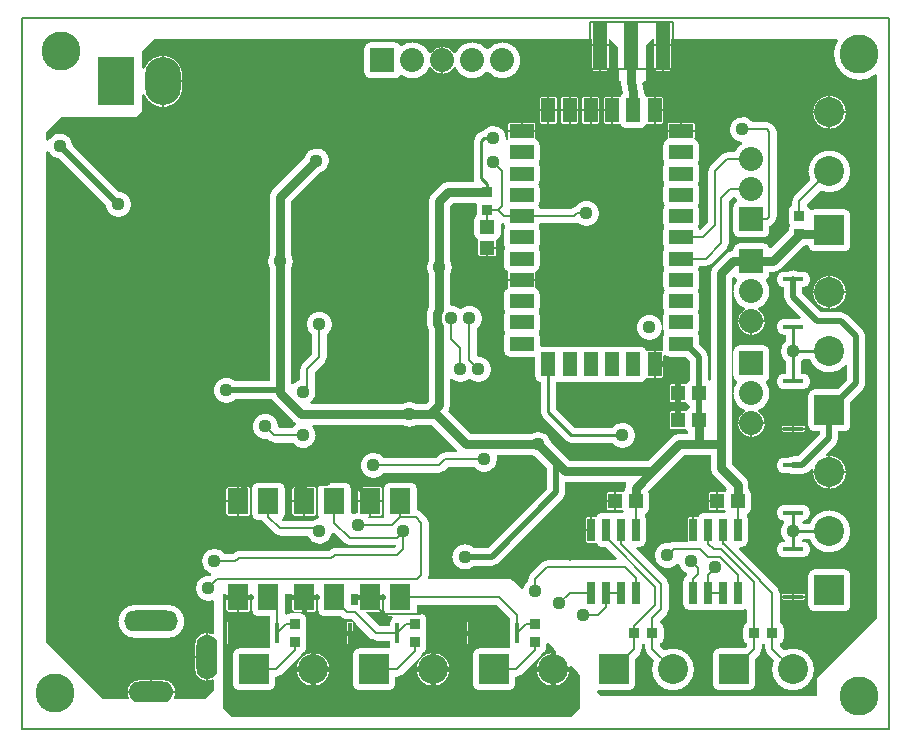
<source format=gbr>
G04 CAM350/DFMSTREAM V12.1 (Build 1022) Date:  Tue Jun 16 21:50:11 2020 *
G04 Database: (Untitled) *
G04 Layer 4: BOTTOM.art *
%FSLAX25Y25*%
%MOIN*%
%SFA1.000B1.000*%

%MIA0B0*%
%IPPOS*%
%ADD12C,0.00800*%
%ADD14C,0.01000*%
%ADD15C,0.00500*%
%ADD18O,0.07000X0.15000*%
%ADD19O,0.15000X0.07000*%
%ADD70O,0.18000X0.07000*%
%ADD71C,0.04400*%
%ADD20O,0.12000X0.16000*%
%ADD21R,0.12000X0.16000*%
%ADD22R,0.08000X0.08000*%
%ADD23C,0.08000*%
%ADD24C,0.10000*%
%ADD25R,0.03200X0.03500*%
%ADD26C,0.13000*%
%ADD27R,0.03500X0.03200*%
%ADD28R,0.05000X0.04500*%
%ADD29R,0.04500X0.05000*%
%ADD72R,0.01200X0.06800*%
%ADD73R,0.10000X0.10000*%
%ADD30R,0.04724X0.15748*%
%ADD31R,0.06800X0.01200*%
%ADD32R,0.08000X0.08000*%
%ADD33R,0.02500X0.07500*%
%ADD34R,0.07000X0.08500*%
%ADD35R,0.04724X0.07874*%
%ADD36R,0.07874X0.04724*%
%ADD37C,0.02000*%
%ADD38C,0.03000*%
%ADD39C,0.01800*%
%LNBOTTOM.art*%
%LPD*%
G36*
X354502Y1289514D02*
G01Y1293000D01*
X356998*
Y1289822*
G75*
G02X356497Y1289436I-400J1*
G03X355886Y1289514I-607J-2323*
G01X354502*
G37*
G36*
X359430Y1287048D02*
G02X359630Y1287248I200J0D01*
G01X364500*
G03X365002Y1287750J502*
G01Y1293000*
X365498*
Y1287750*
G03X367500Y1285748I2002*
G01X367996*
G02X368372Y1285485I0J-400*
X368396Y1285348I-376J-136*
X368230Y1285024I-400J0*
G03X367398Y1283400I1169J-1624*
G01Y1282402*
X363995*
X359698Y1286698*
X359658Y1286737*
X359656Y1286739*
X359488Y1286907*
G02X359430Y1287048I142J141*
G37*
G36*
X312000Y1255000D02*
G01Y1268074D01*
X312002Y1268200*
Y1276200*
X312000Y1276326*
Y1293000*
X312998*
Y1287750*
G03X313500Y1287248I502J0*
G01X320500*
G03X321002Y1287750J502*
G01Y1293000*
X321498*
Y1287750*
G03X323500Y1285748I2002*
G01X327598*
Y1284272*
G03X327398Y1283400I1801J-872*
G01Y1276600*
G03X327668Y1275596I2002J0*
G02X327722Y1275396I-346J-201*
X327295Y1274997I-400J0*
G01X327158Y1275002*
X317158*
G03X315156Y1273000I0J-2002*
G01Y1263000*
G03X317158Y1260998I2002*
G01X327158*
G03X329160Y1263000J2002*
G01Y1265598*
X329650*
G03X331348Y1266302I-1J2402*
G01X337698Y1272652*
G03X338175Y1273332I-1698J1698*
X339602Y1275250I-576J1918*
G01Y1284750*
G03X337600Y1286752I-2002J0*
G01X334400*
G03X333068Y1286244I1J-2002*
G02X332402Y1286543I-266J299*
G01Y1287125*
X332411Y1287154*
G03X332502Y1287750I-1911J597*
G01Y1293000*
X334998*
Y1287750*
G03X335500Y1287248I502J0*
G01X342500*
G03X343002Y1287750J502*
G01Y1293000*
X343498*
Y1287750*
G03X345500Y1285748I2002*
G01X351105*
X351399Y1285455*
G03X351586Y1285286I1702J1695*
G01X351628Y1285252*
G03X352892Y1284730I1511J1867*
G01X352950Y1284724*
G03X353197Y1284712I240J2389*
G01X354891*
X356301Y1283302*
X356341Y1283263*
X356343Y1283261*
X361302Y1278302*
G03X363000Y1277598I1699J1698*
G01X367398*
Y1276600*
G03X367668Y1275596I2002J0*
G02X367722Y1275396I-346J-201*
X367295Y1274997I-400J0*
G01X367158Y1275002*
X357158*
G03X355156Y1273000I0J-2002*
G01Y1263000*
G03X357158Y1260998I2002*
G01X367158*
G03X369160Y1263000J2002*
G01Y1265598*
X370000*
G03X371698Y1266302I-1J2402*
G01X377698Y1272302*
G03X378321Y1273382I-1697J1699*
X379602Y1275250I-722J1868*
G01Y1284750*
G03X377600Y1286752I-2002J0*
G01X376826*
G02X376425Y1287152I-1J400*
X376438Y1287252I400J-1*
G03X376502Y1287750I-1937J502*
G01Y1289598*
X403005*
X407598Y1285005*
Y1284273*
X407580Y1284234*
G03X407398Y1283400I1820J-834*
G01Y1276600*
G03X407668Y1275596I2002J0*
G02X407722Y1275396I-346J-201*
X407295Y1274997I-400J0*
G01X407158Y1275002*
X397158*
G03X395156Y1273000I0J-2002*
G01Y1263000*
G03X397158Y1260998I2002*
G01X407158*
G03X409160Y1263000J2002*
G01Y1265598*
X409650*
G03X411348Y1266302I-1J2402*
G01X417698Y1272652*
G03X418175Y1273332I-1698J1698*
X419602Y1275250I-576J1918*
G01Y1276432*
G02X419833Y1276795I400J0*
X420285Y1276715I169J-363*
G01X422861Y1274139*
G02X422979Y1273856I-282J-283*
X422941Y1273688I-400J2*
X422529Y1273459I-363J168*
G01X421842Y1273502*
G03X416340Y1268000I0J-5502*
X421842Y1262498I5502J0*
X427344Y1268000I0J5502*
G01X427301Y1268687*
X427299Y1268712*
X427298Y1268725*
Y1268737*
G02X427515Y1269093I400J0*
X427981Y1269019I182J-356*
G01X431000Y1266000*
Y1255000*
X428000Y1252000*
X315000*
X312000Y1255000*
G37*
G36*
X386908Y1354044D02*
G01X386990Y1354178D01*
G03X387502Y1356000I-2990J1823*
G01Y1364597*
G02X388171Y1364893I400J0*
G03X391000Y1363798I2829J3107*
X393864Y1364925I0J4203*
G02X394136I136J-146*
G03X397000Y1363798I2864J3076*
X401202Y1368000J4202*
X397000Y1372202I-4202J0*
G01X396819Y1372198*
G02X396402Y1372597I-18J399*
G01Y1372598*
Y1381552*
G03X398202Y1385000I-2403J3448*
X394000Y1389202I-4202J0*
X391136Y1388075I0J-4203*
G02X390864I-136J146*
G03X388000Y1389202I-2864J-3076*
G01X387910Y1389201*
G02X387502Y1389601I-8J400*
G01Y1399677*
G03X388202Y1401999I-3502J2322*
G01Y1402000*
Y1402001*
G03X387502Y1404323I-4202J0*
G01Y1422550*
X388450Y1423498*
X396024*
G02X396424Y1423098I0J-400*
X396420Y1423040I-400J-2*
G03X396398Y1422750I1980J-296*
G01Y1419421*
G03X395498Y1417750I1101J-1671*
G01Y1413250*
G03X396861Y1411353I2002J0*
G01X396998Y1411307*
Y1410999*
G03X396999Y1410998I1J0*
G01X397000*
Y1410784*
X396998Y1410750*
Y1406250*
G03X397500Y1405748I502J0*
G01X402500*
G03X403002Y1406250J502*
G01Y1410750*
X403000Y1410784*
Y1410998*
X403001*
G03X403002Y1410999I0J1*
G01Y1411307*
X403139Y1411353*
G03X404502Y1413250I-639J1897*
G01Y1416324*
G02X404967Y1416718I400J-1*
G03X405304Y1416686I395J2369*
G02X405498Y1416508I-5J-200*
G03X405872Y1415544I1990J218*
X405486Y1414362I1617J-1182*
G01Y1409638*
G03X405872Y1408456I2003J0*
X405486Y1407275I1616J-1182*
G01Y1402551*
G03X406745Y1400693I2002J1*
G02X406996Y1400322I-149J-371*
X406992Y1400263I-400J-3*
G03X406986Y1400189I496J-77*
G01Y1395465*
G03X406992Y1395391I502J3*
G02X406996Y1395332I-397J-57*
X406745Y1394960I-401J0*
G03X405486Y1393102I743J-1859*
G01Y1388378*
G03X405872Y1387197I2002J1*
X405486Y1386016I1616J-1182*
G01Y1381292*
G03X405872Y1380110I2003J0*
X405486Y1378929I1616J-1182*
G01Y1374205*
G03X407488Y1372204I2001J0*
G01X415362*
X415493Y1372208*
G02X415919Y1371809I26J-399*
G01Y1365740*
G03X417612Y1363762I2002J0*
G01X417782Y1363736*
Y1353717*
Y1353716*
G03X418514Y1351948I2501J0*
G01X426231Y1344231*
G03X428000Y1343498I1769J1768*
G01X441624*
G03X445000Y1341798I3376J2502*
X449202Y1346000J4202*
X445000Y1350202I-4202J0*
X441624Y1348502I0J-4202*
G01X429036*
X422784Y1354753*
Y1363738*
X450992*
G03X452851Y1364997I0J2002*
G02X453281Y1365244I371J-148*
G03X453355Y1365238I77J496*
G01X458079*
G03X458580Y1365739J501*
G01Y1365740*
Y1372467*
Y1372468*
G02X459257Y1372757I400J0*
G03X460638Y1372204I1381J1448*
G01X466269*
X467498Y1370974*
Y1364355*
G03X466353Y1363139I752J-1855*
G01X466307Y1363002*
X465999*
G03X465998Y1363001I0J-1*
G01Y1362936*
G03X465750Y1363002I-249J-436*
G01X461250*
G03X460748Y1362500I0J-502*
G01Y1357500*
G03X461250Y1356998I502J0*
G01X465750*
G03X465998Y1357064I-1J502*
G01Y1356999*
G03X465999Y1356998I1J0*
G01X466307*
X466353Y1356861*
G03X467498Y1355645I1897J639*
G01Y1355355*
G03X466353Y1354139I752J-1855*
G01X466307Y1354002*
X465999*
G03X465998Y1354001I0J-1*
G01Y1353936*
G03X465750Y1354002I-249J-436*
G01X461250*
G03X460748Y1353500I0J-502*
G01Y1348500*
G03X461250Y1347998I502J0*
G01X465750*
G03X465998Y1348064I-1J502*
G01Y1347999*
G03X465999Y1347998I1J0*
G01X466307*
X466353Y1347861*
G03X466930Y1346995I1897J639*
G01X466998Y1346935*
Y1346502*
X464000*
G03X461524Y1345476I0J-3501*
G01X453550Y1337502*
X427450*
X421119Y1343833*
X421107Y1343890*
G03X417000Y1347202I-4107J-890*
X414677Y1346502I-1J-4202*
G01X394450*
X386908Y1354044*
G37*
G36*
X253000Y1277000D02*
G01Y1440410D01*
G02X253296Y1440796I400J0*
X253756Y1440592I104J-386*
G03X257378Y1438300I3744J1908*
G01X257458Y1438297*
X272797Y1422958*
X272800Y1422878*
G03X277000Y1418798I4200J122*
X281202Y1423000J4202*
X277122Y1427200I-4202J0*
G01X277042Y1427203*
X261703Y1442542*
X261700Y1442622*
G03X258469Y1446588I-4200J-123*
X253756Y1444408I-970J-4088*
G02X253316Y1444199I-356J182*
X253000Y1444590I84J391*
G01Y1447000*
X258000Y1452000*
X283000*
X285000Y1454000*
Y1459405*
G02X285331Y1459799I400J0*
X285771Y1459555I69J-394*
G03X293157Y1455643I6024J2445*
X298296Y1462000I-1362J6357*
G01Y1466000*
G03X292924Y1472402I-6501J0*
X285771Y1468445I-1129J-6402*
G02X285317Y1468204I-371J150*
X285000Y1468595I83J391*
G01Y1474000*
X289000Y1478000*
X434742*
Y1468126*
G03X435244Y1467624I502J0*
G01X439968*
G03X440470Y1468126J502*
G01Y1478000*
X441000*
X443636Y1475363*
Y1468126*
G03X444000Y1466976I2002J1*
G01Y1464001*
G03X444001Y1464000I1J0*
G01X444496*
X444512Y1463818*
X444544Y1463563*
X445128Y1459980*
Y1459908*
X445044Y1459844*
G03X444410Y1459003I1225J-1583*
G02X443979Y1458756I-371J148*
G03X443905Y1458762I-77J-496*
G01X439181*
G03X438680Y1458262I0J-501*
G01Y1450386*
G03X439181Y1449884I502J0*
G01X443905*
G03X443979Y1449890I-3J502*
G02X444410Y1449643I59J-396*
G03X446268Y1448384I1859J743*
G01X450992*
G03X452850Y1449643I-1J2002*
G02X453281Y1449890I371J-148*
G03X453355Y1449884I77J496*
G01X458079*
G03X458580Y1450384I0J501*
G01Y1458260*
G03X458079Y1458762I-502J0*
G01X453355*
G03X453281Y1458756I3J-502*
G02X452850Y1459003I-59J396*
G03X452210Y1459848I-1858J-743*
G01X452132Y1459908*
Y1460260*
Y1460263*
G03X452073Y1460903I-3502J0*
G01X451644Y1463536*
X451640Y1463568*
X451639Y1463584*
Y1463600*
G02X452038Y1464000I400J0*
G01X452999*
G03X453000Y1464001I0J1*
G01Y1476000*
X455000Y1478000*
X455530*
Y1468126*
G03X456032Y1467624I502J0*
G01X460756*
G03X461258Y1468126J502*
G01Y1478000*
X516379*
G02X516779Y1477600I0J-400*
X516721Y1477393I-400J0*
G03X515498Y1473000I7279J-4393*
X518410Y1466594I8502J0*
X529348Y1466391I5590J6406*
G02X530000Y1466081I252J-311*
G01Y1285000*
X510000Y1265000*
Y1259000*
X438000*
X436676Y1260324*
G02X436559Y1260607I283J283*
X436596Y1260776I400J1*
X436992Y1261005I362J-170*
G01X437158Y1260998*
X447158*
G03X449160Y1263000J2002*
G01Y1271605*
X450698Y1273144*
G03X451402Y1274842I-1698J1699*
G01Y1276398*
X452598*
Y1274842*
G03X453302Y1273144I2402J1*
G01X455492Y1270954*
X455437Y1270828*
G03X454840Y1268000I6405J-2829*
X461842Y1260998I7002*
X468844Y1268000I0J7002*
X461842Y1275002I-7002J0*
X459014Y1274405I1J-7002*
G01X458888Y1274350*
X457402Y1275837*
Y1276502*
X457524Y1276554*
G03X458752Y1278400I-774J1846*
G01Y1281600*
G03X457524Y1283446I-2002J0*
G01X457402Y1283498*
Y1284005*
X459698Y1286302*
G03X460402Y1288000I-1698J1699*
G01Y1296350*
G03X459698Y1298048I-2402J-1*
G01X449681Y1308065*
G02X449564Y1308348I283J283*
X449963Y1308748I400J0*
G01X450750*
G03X452752Y1310750J2002*
G01Y1318250*
G03X452518Y1319189I-2001J0*
G01X452471Y1319376*
G02X452685Y1319730I399J0*
G03X453752Y1321500I-935J1770*
G01Y1326500*
G03X453540Y1327395I-2002J-2*
G01X453476Y1327524*
X465450Y1339498*
X474498*
Y1335000*
G03X475524Y1332524I3501J0*
G01X479984Y1328064*
X479842Y1327923*
Y1327922*
G03X479353Y1327139I1407J-1423*
G01X479307Y1327002*
X478999*
G03X478998Y1327001I0J-1*
G01Y1326936*
G03X478750Y1327002I-249J-436*
G01X474250*
G03X473748Y1326500I0J-502*
G01Y1321500*
G03X474250Y1320998I502J0*
G01X478750*
G03X478998Y1321064I-1J502*
G01Y1320999*
G03X478999Y1320998I1J0*
G01X479307*
X479353Y1320861*
X479377Y1320793*
G02X479403Y1320652I-374J-142*
X479003Y1320252I-400J0*
G01X472250*
G03X470382Y1318970I0J-2002*
G02X469894Y1318730I-374J144*
G03X469750Y1318752I-147J-480*
G01X467250*
G03X466748Y1318250I0J-502*
G01Y1310594*
X462193*
G03X460774Y1310130I0J-2403*
X456067Y1307479I-774J-4130*
X455798Y1306000I3933J-1479*
X457860Y1302384I4202J0*
X463200Y1303276I2141J3616*
G02X463895Y1303102I305J-258*
G03X466364Y1300130I4105J899*
G02X466608Y1299762I-156J-368*
X466535Y1299531I-400J-1*
G03X466248Y1298983I1967J-1379*
X465248Y1297250I1002J-1733*
G01Y1289750*
G03X467250Y1287748I2002*
G01X484750*
G03X485957Y1288153I0J2001*
G02X486598Y1287834I241J-319*
G01Y1283498*
X486476Y1283446*
G03X485248Y1281600I774J-1846*
G01Y1278400*
G03X486476Y1276554I2002J0*
G01X486598Y1276502*
Y1275837*
X485763Y1275002*
X477158*
G03X475156Y1273000I0J-2002*
G01Y1263000*
G03X477158Y1260998I2002*
G01X487158*
G03X489160Y1263000J2002*
G01Y1271605*
X490698Y1273144*
G03X491402Y1274842I-1698J1699*
G01Y1276398*
X492598*
Y1274842*
G03X493302Y1273144I2402J1*
G01X495492Y1270954*
X495437Y1270828*
G03X494840Y1268000I6405J-2829*
X501842Y1260998I7002*
X508844Y1268000I0J7002*
X501842Y1275002I-7002J0*
X499014Y1274405I1J-7002*
G01X498888Y1274350*
X497402Y1275837*
Y1276502*
X497524Y1276554*
G03X498752Y1278400I-774J1846*
G01Y1281600*
G03X497524Y1283446I-2002J0*
G01X497402Y1283498*
Y1293350*
G03X496698Y1295048I-2402J-1*
G01X492969Y1298777*
X492955Y1298807*
G03X492498Y1299444I-2154J-1063*
G01X483877Y1308065*
G02X483760Y1308348I283J283*
X484159Y1308748I400J0*
G01X484750*
G03X486752Y1310750J2002*
G01Y1318250*
G03X486518Y1319189I-2001J0*
G01X486471Y1319376*
G02X486685Y1319730I399J0*
G03X487752Y1321500I-935J1770*
G01Y1326500*
G03X487002Y1328062I-2002J0*
G01Y1329500*
G03X485976Y1331976I-3501J0*
G01X481502Y1336450*
Y1398550*
X481795Y1398843*
G02X482398Y1398800I283J-283*
G03X483081Y1398222I1602J1200*
G02X483297Y1397867I-184J-355*
X483216Y1397625I-400J-1*
G03X481998Y1394000I4784J-3625*
X485557Y1388518I6002J0*
G02X485795Y1388152I-162J-366*
X485607Y1387813I-400J0*
G03X483498Y1384000I2392J-3813*
X488000Y1379498I4502J0*
X492502Y1384000I0J4502*
X490393Y1387813I-4501J0*
G02X490205Y1388152I212J339*
X490443Y1388518I400J0*
G03X494002Y1394000I-2443J5482*
X492784Y1397625I-6002J1*
G02X492703Y1397867I319J241*
X492919Y1398222I400J0*
G03X494002Y1400000I-918J1778*
G01Y1400498*
X495150*
G03X497626Y1401524I0J3501*
G01X505350Y1409248*
X505600*
G03X506526Y1409476I-2J2002*
G01X506570Y1409498*
X506997*
X506999Y1409300*
G03X509000Y1407314I2001J15*
G01X519000*
G03X521002Y1409315J2002*
G01Y1419315*
G03X519002Y1421316I-2001J0*
G01X508998*
G03X508081Y1421093I1J-2001*
G02X507515Y1421332I-184J355*
G03X506402Y1422584I-1915J-582*
G01Y1423005*
X511046Y1427650*
X511172Y1427595*
G03X514000Y1426998I2829J6405*
X521002Y1434000I0J7002*
X514000Y1441002I-7002J0*
X506998Y1434000I0J-7002*
X507595Y1431172I7002J1*
G01X507650Y1431046*
X502302Y1425698*
G03X501598Y1424000I1698J-1699*
G01Y1422584*
G03X500398Y1420750I802J-1834*
G01Y1417250*
G03X500837Y1416000I2002J1*
X500398Y1414750I1563J-1251*
G01Y1414200*
X494588Y1408390*
G02X493921Y1408561I-283J283*
G03X492000Y1410002I-1921J-560*
G01X484000*
G03X481998Y1408000I0J-2002*
G01Y1407501*
G03X479524Y1406476I1J-3501*
G01X475524Y1402476*
G03X474498Y1400000I2475J-2476*
G01Y1364487*
G02X473874Y1364156I-400J0*
G01X473502Y1364355*
Y1372217*
G03X472622Y1374339I-3001J-1*
G01X470514Y1376448*
Y1378929*
G03X470128Y1380110I-2003J-1*
X470514Y1381292I-1618J1182*
G01Y1386016*
G03X470128Y1387197I-2003J-1*
X470514Y1388378I-1617J1182*
G01Y1393102*
G03X470128Y1394284I-2004J0*
X470514Y1395465I-1617J1182*
G01Y1400189*
G03X470128Y1401370I-2003J-1*
X470502Y1402333I-1617J1182*
G01X470521Y1402512*
X472914*
G03X474612Y1403215I0J2402*
G01X479698Y1408301*
G03X480402Y1409999I-1698J1699*
G01Y1424205*
X481795Y1425598*
X482499*
G03X483216Y1424375I5502J2404*
G02X483297Y1424133I-319J-241*
X483081Y1423778I-400J0*
G03X481998Y1422000I918J-1778*
G01Y1414000*
G03X484000Y1411998I2002*
G01X492000*
G03X494002Y1414000J2002*
G01Y1415736*
G03X494898Y1416302I-803J2263*
G01X495698Y1417102*
G03X496402Y1418800I-1698J1699*
G01Y1447200*
G03X495698Y1448898I-2402J-1*
G01X494898Y1449698*
G03X493200Y1450402I-1699J-1698*
G01X488448*
G03X483572Y1451952I-3448J-2402*
X480798Y1448000I1428J-3952*
G01X480813Y1447644*
G03X484623Y1443815I4187J356*
G02X484974Y1443520I-35J-398*
X484988Y1443417I-386J-105*
X484801Y1443078I-400J0*
G03X482499Y1440402I3198J-5080*
G01X480000*
G03X478302Y1439698I1J-2402*
G01X474302Y1435698*
G03X473598Y1434000I1698J-1699*
G01Y1416995*
X471005Y1414402*
X470521*
X470502Y1414580*
G03X470128Y1415544I-1991J-218*
X470514Y1416725I-1617J1182*
G01Y1421449*
G03X470128Y1422630I-2003J-1*
X470514Y1423811I-1617J1182*
G01Y1428535*
G03X470128Y1429716I-2003J-1*
X470514Y1430898I-1618J1182*
G01Y1435622*
G03X470128Y1436803I-2003J-1*
X470514Y1437984I-1617J1182*
G01Y1442708*
G03X469255Y1444566I-2002J-1*
G02X469004Y1444937I149J371*
X469008Y1444997I400J3*
G03X469014Y1445071I-496J77*
G01Y1449795*
G03X468514Y1450296I-501J0*
G01X460638*
G03X460136Y1449795I0J-502*
G01Y1445071*
G03X460142Y1444997I502J3*
G02X460146Y1444938I-397J-57*
X459895Y1444566I-401J0*
G03X458636Y1442708I743J-1859*
G01Y1437984*
G03X459022Y1436803I2002J1*
X458636Y1435622I1616J-1182*
G01Y1430898*
G03X459022Y1429716I2003J0*
X458636Y1428535I1616J-1182*
G01Y1423811*
G03X459022Y1422630I2002J1*
X458636Y1421449I1616J-1182*
G01Y1416725*
G03X459022Y1415544I2002J1*
X458636Y1414362I1617J-1182*
G01Y1409638*
G03X459022Y1408456I2003J0*
X458636Y1407275I1616J-1182*
G01Y1402551*
G03X459022Y1401370I2002J1*
X458636Y1400189I1616J-1182*
G01Y1395465*
G03X459022Y1394284I2002J1*
X458636Y1393102I1617J-1182*
G01Y1388378*
G03X459022Y1387197I2002J1*
X458636Y1386016I1616J-1182*
G01Y1381292*
G03X459022Y1380110I2003J0*
X458636Y1378929I1616J-1182*
G01Y1374501*
G02X458167Y1374108I-400J1*
G03X458079Y1374116I-89J-494*
G01X453355*
G03X453281Y1374110I3J-502*
G02X452851Y1374357I-58J396*
G03X450992Y1375616I-1859J-743*
G01X417921*
X417790Y1375612*
G02X417364Y1376011I-26J399*
G01Y1378929*
G03X416978Y1380110I-2003J-1*
X417364Y1381292I-1618J1182*
G01Y1386016*
G03X416978Y1387197I-2003J-1*
X417364Y1388378I-1617J1182*
G01Y1393102*
G03X416105Y1394960I-2002J-1*
G02X415854Y1395331I149J371*
X415858Y1395391I400J3*
G03X415864Y1395465I-496J77*
G01Y1400189*
G03X415858Y1400263I-502J-3*
G01X415855Y1400292*
X415854Y1400307*
Y1400321*
G02X416105Y1400693I400J0*
G03X417364Y1402551I-743J1859*
G01Y1407275*
G03X416978Y1408456I-2003J-1*
X417364Y1409638I-1618J1182*
G01Y1414362*
G03X416978Y1415544I-2004J0*
X417352Y1416507I-1617J1182*
G01X417371Y1416686*
X428989*
G03X430100Y1416959I-1J2401*
X436041Y1417100I2900J3041*
X437202Y1420000I-3041J2900*
X435900Y1423041I-4202J0*
X429959Y1422900I-2900J-3041*
X429532Y1422373I3042J-2901*
X428202Y1421698I368J-2373*
G01X427992Y1421488*
X417371*
X417352Y1421667*
G03X416978Y1422630I-1991J-219*
X417364Y1423811I-1617J1182*
G01Y1428535*
G03X416978Y1429716I-2003J-1*
X417364Y1430898I-1618J1182*
G01Y1435622*
G03X416978Y1436803I-2003J-1*
X417364Y1437984I-1617J1182*
G01Y1442708*
G03X416105Y1444566I-2002J-1*
G02X415854Y1444937I149J371*
X415858Y1444997I400J3*
G03X415864Y1445071I-496J77*
G01Y1449795*
G03X415364Y1450296I-501J0*
G01X407488*
G03X406986Y1449795I0J-502*
G01Y1445071*
G03X406992Y1444997I502J3*
G02X406996Y1444938I-397J-57*
X406745Y1444566I-401J0*
G03X406485Y1444440I742J-1862*
G01X406385Y1444413*
G02X406185Y1444613J200*
G01X406186Y1444631*
X406202Y1445000*
G03X403440Y1448948I-4202J0*
X398619Y1447495I-1439J-3948*
X397031Y1446769I181J-2495*
G01X396231Y1445969*
G03X395498Y1444200I1768J-1769*
G01Y1431750*
G03X395608Y1431018I2502J2*
G02X395625Y1430902I-383J-115*
X395226Y1430502I-400J0*
G01X387000*
G03X384524Y1429476I0J-3501*
G01X381524Y1426476*
G03X380498Y1424000I2475J-2476*
G01Y1404323*
G03X379798Y1402001I3502J-2322*
G01Y1402000*
Y1401999*
G03X380498Y1399677I4202J0*
G01Y1389047*
G03X379798Y1386947I2802J-2101*
G01Y1383053*
G03X380498Y1380953I3502J1*
G01Y1357450*
X379550Y1356502*
X376323*
G03X374000Y1357202I-2322J-3502*
X371677Y1356502I-1J-4202*
G01X341368*
G02X340993Y1356766I1J400*
X340969Y1356902I376J136*
X341119Y1357214I400J0*
G03X342702Y1360500I-2619J3286*
X342402Y1362060I-4204J0*
G01Y1367005*
X345682Y1370286*
G03X346386Y1371984I-1698J1699*
G01Y1379568*
G03X348186Y1383016I-2403J3448*
X343984Y1387218I-4202J0*
X339782Y1383016I0J-4202*
X341582Y1379568I4202J0*
G01Y1372979*
X338302Y1369698*
G03X337598Y1368000I1698J-1699*
G01Y1364607*
X337449Y1364568*
G03X335214Y1363119I1050J-4068*
G02X334774Y1362990I-312J250*
X334502Y1363368I128J379*
G01Y1401677*
G03X335202Y1403999I-3502J2322*
G01Y1404000*
Y1404001*
G03X334502Y1406323I-4202J0*
G01Y1424050*
X343833Y1433381*
X343890Y1433393*
G03X347202Y1437500I-890J4107*
X343000Y1441702I-4202J0*
X338893Y1438390I0J-4202*
G01X338881Y1438333*
X328524Y1427976*
G03X327498Y1425500I2475J-2476*
G01Y1406323*
G03X326798Y1404001I3502J-2322*
G01Y1404000*
Y1403999*
G03X327498Y1401677I4202J0*
G01Y1364002*
X315941*
G03X313000Y1365203I-2942J-3002*
X308797Y1361000I0J-4203*
X313000Y1356797I4203J0*
X315941Y1357998I-1J4203*
G01X328127*
G03X328524Y1357524I2874J2004*
G01X335524Y1350524*
G03X336059Y1350086I2475J2477*
G02X336237Y1349753I-222J-333*
X336068Y1349427I-400J1*
G03X335052Y1348402I2433J-3428*
G01X330597*
G02X330198Y1348802I1J400*
G01Y1348819*
X330200Y1348864*
X330201Y1348910*
X330202Y1349000*
G03X325814Y1353198I-4202J0*
X321798Y1349000I186J-4198*
G01X321807Y1348724*
X321834Y1348449*
G03X326641Y1344847I4166J551*
G01X326741Y1344863*
X327302Y1344302*
G03X329000Y1343598I1699J1698*
G01X335052*
G03X341193Y1342774I3448J2402*
X342702Y1346000I-2693J3226*
X341607Y1348829I-4202J0*
G02X341503Y1349098I296J269*
X341902Y1349498I400J0*
G01X371677*
G03X374000Y1348798I2322J3502*
X376323Y1349498I1J4202*
G01X381550*
X389964Y1341084*
G02X390081Y1340802I-283J-282*
X389681Y1340402I-400J0*
G01X386000*
G03X384302Y1339698I1J-2402*
G01X383005Y1338402*
X365448*
G03X362000Y1340202I-3448J-2402*
X357798Y1336000I0J-4202*
X362000Y1331798I4202J0*
X365448Y1333598I0J4202*
G01X384000*
G03X385698Y1334302I-1J2402*
G01X386995Y1335598*
X395552*
G03X400767Y1334187I3448J2402*
X403202Y1338000I-1767J3813*
X403081Y1339003I-4202J2*
G02X403072Y1339050I388J99*
G01X403070Y1339074*
X403069Y1339099*
G02X403469Y1339498I400J-1*
G01X414677*
G03X416110Y1338893I2323J3503*
G01X416167Y1338881*
X419998Y1335050*
Y1328243*
X400257Y1308502*
X395441*
G03X392500Y1309703I-2942J-3002*
X388297Y1305500I0J-4203*
X392500Y1301297I4203J0*
X395441Y1302498I-1J4203*
G01X401500*
G03X403622Y1303378I-1J3001*
G01X425122Y1324878*
G03X426002Y1327000I-2121J2123*
G01Y1330498*
X445941*
G02X446341Y1330098I0J-400*
X446306Y1329935I-400J1*
G03X445998Y1328500I3194J-1436*
G01Y1328065*
X445930Y1328005*
G03X445353Y1327139I1320J-1505*
G01X445307Y1327002*
X444999*
G03X444998Y1327001I0J-1*
G01Y1326936*
G03X444750Y1327002I-249J-436*
G01X440250*
G03X439748Y1326500I0J-502*
G01Y1321500*
G03X440250Y1320998I502J0*
G01X444750*
G03X444998Y1321064I-1J502*
G01Y1320999*
G03X444999Y1320998I1J0*
G01X445307*
X445353Y1320861*
X445377Y1320793*
G02X445403Y1320652I-374J-142*
X445003Y1320252I-400J0*
G01X438250*
G03X436382Y1318970I0J-2002*
G02X435894Y1318730I-374J144*
G03X435750Y1318752I-147J-480*
G01X433250*
G03X432748Y1318250I0J-502*
G01Y1310750*
G03X433250Y1310248I502J0*
G01X435750*
G03X435894Y1310270I-3J502*
G02X436382Y1310030I115J-383*
G03X438250Y1308748I1868J720*
G01X439356*
X443019Y1305084*
G02X443136Y1304802I-283J-282*
X442737Y1304402I-400J0*
G01X420000*
G03X418302Y1303698I1J-2402*
G01X414302Y1299698*
G03X413598Y1298000I1698J-1699*
G01Y1297450*
X413517Y1297390*
G03X411908Y1294956I2483J-3390*
G02X411236Y1294764I-389J90*
G01X408000Y1298000*
X380612*
G02X380212Y1298400I0J400*
X380239Y1298544I400J0*
G03X380400Y1299407I-2241J865*
G01Y1316902*
G03X379696Y1318600I-2402J-1*
G01X377748Y1320548*
G03X376651Y1321175I-1698J-1698*
G01X376502Y1321214*
Y1328250*
G03X374500Y1330252I-2002J0*
G01X367500*
G03X365498Y1328250I0J-2002*
G01Y1319750*
G03X365661Y1318959I2001J0*
G02X365694Y1318801I-366J-159*
X365294Y1318402I-399J0*
G01X360448*
X360300Y1318601*
G02X360214Y1318848I314J248*
X360614Y1319248I400J0*
G01X364500*
G03X365002Y1319750J502*
G01Y1328250*
G03X364500Y1328752I-502J0*
G01X357500*
G03X356998Y1328250I0J-502*
G01Y1320202*
G03X355084Y1319740I2J-4202*
G02X354502Y1320096I-182J356*
G01Y1328250*
G03X352500Y1330252I-2002J0*
G01X345500*
G03X343498Y1328250I0J-2002*
G01Y1319750*
G03X343760Y1318762I2001J2*
G02X343812Y1318565I-348J-197*
X343463Y1318168I-400J0*
G03X341533Y1317402I537J-4168*
G01X331845*
X331682Y1317564*
G02X331565Y1317847I283J283*
X331721Y1318164I400J0*
G03X332502Y1319750I-1220J1586*
G01Y1328250*
G03X330500Y1330252I-2002J0*
G01X323500*
G03X321498Y1328250I0J-2002*
G01Y1319750*
G03X323500Y1317748I2002*
G01X324866*
G03X325302Y1317152I2134J1104*
G01X329152Y1313302*
G03X330850Y1312598I1699J1698*
G01X340039*
G03X344329Y1309811I3961J1402*
X348164Y1313439I-329J4189*
G02X348844Y1313668I396J-53*
G01X352403Y1310109*
G03X354101Y1309406I1698J1699*
G01X369598*
Y1308995*
X369005Y1308402*
X349100*
G03X348849Y1308388I8J-2402*
G01X348754Y1308378*
G03X347478Y1307844I250J-2388*
G01X347393Y1307774*
X347222Y1307618*
X347005Y1307402*
X317100*
G03X316849Y1307388I8J-2402*
G01X316754Y1307378*
G03X315480Y1306845I251J-2388*
G01X315390Y1306771*
X315221Y1306618*
X315005Y1306404*
X312447*
G03X305562Y1306417I-3447J-2404*
X304798Y1304000I3439J-2416*
X307759Y1299985I4202J0*
G02X308041Y1299603I-118J-382*
X307924Y1299320I-400J0*
G01X307741Y1299137*
X307641Y1299153*
G03X302798Y1295000I-641J-4153*
G01X302799Y1294886*
X302804Y1294772*
X302823Y1294544*
G03X308461Y1291060I4177J456*
G02X309000Y1290685I139J-375*
G01Y1280068*
G02X308409Y1279717I-400J0*
G03X302498Y1276200I-1909J-3517*
G01Y1268200*
G03X308409Y1264683I4002J0*
G02X309000Y1264332I191J-351*
G01Y1261000*
X306000Y1258000*
X295921*
G02X295521Y1258400J400*
G01X295565Y1258582*
G03X296002Y1260400I-3565J1819*
X292000Y1264402I-4002J0*
G01X284000*
G03X279998Y1260400I0J-4002*
X280435Y1258582I4002J0*
G01X280479Y1258400*
G02X280079Y1258000I-400J0*
G01X272000*
X253000Y1277000*
G37*
%LPC*%
G36*
X341826Y1262498D02*
G03X347344Y1268000I16J5502D01*
X341858Y1273502I-5502J0*
X336340Y1268000I-16J-5502*
X341826Y1262498I5502J0*
G37*
G36*
X353589Y1276116D02*
G01X354789D01*
G03X355290Y1276617J501*
G01Y1283417*
G03X354789Y1283918I-501J0*
G01X353589*
G03X353088Y1283417I0J-501*
G01Y1276617*
G03X353589Y1276116I501*
G37*
G36*
X381826Y1262498D02*
G03X387344Y1268000I16J5502D01*
X381858Y1273502I-5502J0*
X376340Y1268000I-16J-5502*
X381826Y1262498I5502J0*
G37*
G36*
X393589Y1276116D02*
G01X394789D01*
G03X395290Y1276617J501*
G01Y1283417*
G03X394789Y1283918I-501J0*
G01X393589*
G03X393088Y1283417I0J-501*
G01Y1276617*
G03X393589Y1276116I501*
G37*
G36*
X313589D02*
G01X314789D01*
G03X315290Y1276617J501*
G01Y1283417*
G03X314789Y1283918I-501J0*
G01X313589*
G03X313088Y1283417I0J-501*
G01Y1276617*
G03X313589Y1276116I501*
G37*
G36*
X313500Y1319248D02*
G01X320500D01*
G03X321002Y1319750I0J502*
G01Y1328250*
G03X320500Y1328752I-502J0*
G01X313500*
G03X312998Y1328250I0J-502*
G01Y1319750*
G03X313500Y1319248I502J0*
G37*
G36*
X335500D02*
G01X342500D01*
G03X343002Y1319750I0J502*
G01Y1328250*
G03X342500Y1328752I-502J0*
G01X335500*
G03X334998Y1328250I0J-502*
G01Y1319750*
G03X335500Y1319248I502J0*
G37*
G36*
X361000Y1464998D02*
G01X369000D01*
G03X370778Y1466081J2001*
G02X371133Y1466297I355J-184*
X371375Y1466216I1J-400*
G03X375000Y1464998I3624J4784*
X380482Y1468557I0J6002*
G02X380848Y1468795I366J-162*
X381187Y1468607I0J-400*
G03X385000Y1466498I3813J2392*
X388813Y1468607I0J4501*
G02X389152Y1468795I339J-212*
X389518Y1468557I0J-400*
G03X395000Y1464998I5482J2443*
X399688Y1467252I0J6002*
G02X400000Y1467402I312J-250*
X400312Y1467252I0J-400*
G03X405000Y1464998I4688J3748*
X411002Y1471000I0J6002*
X405000Y1477002I-6002J0*
X400312Y1474748I0J-6002*
G02X400000Y1474598I-312J250*
X399688Y1474748I0J400*
G03X395000Y1477002I-4688J-3748*
X389518Y1473443I0J-6002*
G02X389152Y1473205I-366J162*
X388813Y1473393I0J400*
G03X385000Y1475502I-3813J-2392*
X381187Y1473393I0J-4501*
G02X380848Y1473205I-339J212*
X380482Y1473443I0J400*
G03X375000Y1477002I-5483J-2443*
X371375Y1475784I0J-6002*
G02X371133Y1475703I-241J319*
X370778Y1475919I0J400*
G03X369000Y1477002I-1778J-918*
G01X361000*
G03X358998Y1475000I0J-2002*
G01Y1467000*
G03X361000Y1464998I2002*
G37*
G36*
X417921Y1449884D02*
G01X422645D01*
G03X423146Y1450384I0J501*
G01Y1458260*
G03X422645Y1458762I-502J0*
G01X417921*
G03X417420Y1458262I0J-501*
G01Y1450386*
G03X417921Y1449884I502J0*
G37*
G36*
X425008D02*
G01X429732D01*
G03X430234Y1450386I0J502*
G01Y1458260*
G03X429732Y1458762I-502J0*
G01X425008*
G03X424506Y1458260I0J-502*
G01Y1450386*
G03X425008Y1449884I502J0*
G37*
G36*
X432095D02*
G01X436819D01*
G03X437320Y1450384I0J501*
G01Y1458260*
G03X436819Y1458762I-502J0*
G01X432095*
G03X431594Y1458262I0J-501*
G01Y1450386*
G03X432095Y1449884I502J0*
G37*
G36*
X453779Y1377804D02*
G03X458202Y1382000I221J4196D01*
X454221Y1386196I-4202J0*
X449798Y1382000I-221J-4196*
X453779Y1377804I4202J0*
G37*
G36*
X485557Y1354518D02*
G02X485795Y1354152I-162J-366D01*
X485607Y1353813I-400J0*
G03X483498Y1350000I2392J-3813*
X488000Y1345498I4502J0*
X492502Y1350000I0J4502*
X490393Y1353813I-4501J0*
G02X490205Y1354152I212J339*
X490443Y1354518I400J0*
G03X494002Y1360000I-2443J5482*
X492784Y1363625I-6002J0*
G02X492703Y1363867I319J241*
X492919Y1364222I400J0*
G03X494002Y1366000I-918J1778*
G01Y1374000*
G03X492000Y1376002I-2002J0*
G01X484000*
G03X481998Y1374000I0J-2002*
G01Y1366000*
G03X483081Y1364222I2001J0*
G02X483297Y1363867I-184J-355*
X483216Y1363625I-400J-1*
G03X481998Y1360000I4784J-3624*
X485557Y1354518I6002J0*
G37*
G36*
X498583Y1317588D02*
G01X498681D01*
G02X499081Y1317188I0J-400*
X498969Y1316910I-400J0*
G03X497798Y1314000I3031J-2910*
X499113Y1310947I4202J0*
G01X499176Y1310888*
Y1310602*
X498600*
G03X496598Y1308600I0J-2002*
G01Y1307400*
G03X498600Y1305398I2002*
G01X505400*
G03X507402Y1307400J2002*
G01Y1308600*
G03X505400Y1310602I-2002J0*
G01X504824*
Y1310888*
X504887Y1310947*
G03X505376Y1311498I-2886J3054*
G01X507460*
G03X514000Y1306998I6540J2502*
X521002Y1314000I0J7002*
X514000Y1321002I-7002J0*
X507460Y1316502I0J-7002*
G01X505376*
G03X505031Y1316910I-3375J-2504*
G02X504919Y1317188I288J278*
X505319Y1317588I400J0*
G01X505383*
G03X507384Y1319589I0J2001*
G01Y1320789*
G03X505383Y1322790I-2001J0*
G01X498583*
G03X496582Y1320789I0J-2001*
G01Y1319589*
G03X498583Y1317588I2001J0*
G37*
G36*
Y1379588D02*
G01X499498D01*
Y1377376*
G03X497798Y1374000I2502J-3376*
X499498Y1370624I4202J0*
G01Y1366602*
X498600*
G03X496598Y1364600I0J-2002*
G01Y1363400*
G03X498600Y1361398I2002*
G01X505400*
G03X507402Y1363400J2002*
G01Y1364600*
G03X505400Y1366602I-2002J0*
G01X504502*
Y1370624*
G03X505376Y1371498I-2502J3376*
G01X507460*
G03X514000Y1366998I6540J2502*
X519296Y1369420I0J7002*
G02X519598Y1369558I302J-262*
X519735Y1369534I1J-400*
X519998Y1369158I-137J-376*
G01Y1364558*
X516757Y1361316*
X509000*
G03X506998Y1359315I0J-2002*
G01Y1349315*
G03X508998Y1347314I2001J0*
G01X510998*
Y1346443*
X503557Y1339002*
X502000*
G03X500503Y1338602I0J-3002*
G01X498600*
G03X496598Y1336600I0J-2002*
G01Y1335400*
G03X498600Y1333398I2002*
G01X500503*
G03X502000Y1332998I1497J2602*
G01X504800*
G03X506922Y1333878I-1J3001*
G01X507879Y1334834*
G02X508163Y1334952I284J-282*
G01X508353Y1334904*
G02X508562Y1334552I-192J-352*
X508558Y1334493I-400J-2*
G03X508498Y1333685I5442J-810*
X514000Y1328183I5502J0*
X519502Y1333685I0J5502*
X514000Y1339187I-5502J0*
X513192Y1339127I2J-5502*
G01X513163Y1339124*
X513133Y1339123*
G02X512771Y1339355I1J400*
X512733Y1339523I362J170*
X512851Y1339806I400J-1*
G01X516122Y1343078*
G03X517002Y1345200I-2121J2123*
G01Y1347314*
X519000*
G03X521002Y1349315J2002*
G01Y1357072*
X525122Y1361193*
G03X526002Y1363315I-2121J2123*
G01Y1379000*
G03X525122Y1381122I-3001J-1*
G01X520122Y1386122*
G03X518000Y1387002I-2123J-2121*
G01X511243*
X505002Y1393243*
Y1395398*
X505400*
G03X507402Y1397400J2002*
G01Y1398600*
G03X505400Y1400602I-2002J0*
G01X503497*
G03X502000Y1401002I-1497J-2601*
X500503Y1400602I0J-3001*
G01X498600*
G03X496598Y1398600I0J-2002*
G01Y1397400*
G03X498600Y1395398I2002*
G01X498998*
Y1392000*
G03X499878Y1389878I3001J1*
G01X504282Y1385473*
G02X504399Y1385190I-283J-283*
X504362Y1385021I-400J-1*
X503999Y1384790I-363J169*
G01X498583*
G03X496582Y1382789I0J-2001*
G01Y1381589*
G03X498583Y1379588I2001J0*
G37*
G36*
Y1291088D02*
G01X505383D01*
G03X505884Y1291589J501*
G01Y1292789*
G03X505383Y1293290I-501J0*
G01X498583*
G03X498082Y1292789I0J-501*
G01Y1291589*
G03X498583Y1291088I501*
G37*
G36*
Y1347088D02*
G01X505383D01*
G03X505884Y1347589J501*
G01Y1348789*
G03X505383Y1349290I-501J0*
G01X498583*
G03X498082Y1348789I0J-501*
G01Y1347589*
G03X498583Y1347088I501*
G37*
G36*
X508998Y1287314D02*
G01X519000D01*
G03X521002Y1289315J2002*
G01Y1299315*
G03X519002Y1301316I-2001J0*
G01X509000*
G03X506998Y1299315I0J-2002*
G01Y1289315*
G03X508998Y1287314I2001J0*
G37*
G36*
X513984Y1388183D02*
G03X519502Y1393685I16J5502D01*
X514016Y1399187I-5502J0*
X508498Y1393685I-16J-5502*
X513984Y1388183I5502J0*
G37*
G36*
Y1448183D02*
G03X519502Y1453685I16J5502D01*
X514016Y1459187I-5502J0*
X508498Y1453685I-16J-5502*
X513984Y1448183I5502J0*
G37*
G36*
X282500Y1278498D02*
G01X293500D01*
G03X299002Y1284000I0J5502*
X293500Y1289502I-5502J0*
G01X282500*
G03X276998Y1284000I0J-5502*
X282500Y1278498I5502J0*
G37*
%LPD*%
G54D26*
X256000Y1260000D03*
X258000Y1474000D03*
X524000Y1259000D03*
Y1473000D03*
G54D25*
X336000Y1283000D03*
Y1277000D03*
X376000Y1283000D03*
Y1277000D03*
X416000Y1283000D03*
Y1277000D03*
X400000Y1427000D03*
Y1421000D03*
X504000Y1419000D03*
Y1413000D03*
G54D71*
X260000Y1317000D03*
X271000Y1357000D03*
X257500Y1442500D03*
X260000Y1429000D03*
X296700Y1311000D03*
X274000Y1370000D03*
Y1377000D03*
Y1383000D03*
X282000D03*
X274000Y1363000D03*
X277000Y1423000D03*
X304000Y1311000D03*
Y1320000D03*
X309000Y1304000D03*
X307000Y1295000D03*
X318000Y1342000D03*
X326000Y1349000D03*
X327000Y1324000D03*
X313000Y1361000D03*
X306000Y1404000D03*
X305000Y1396000D03*
X331000Y1404000D03*
X306000Y1415000D03*
X316000D03*
X344000Y1314000D03*
X357000Y1316000D03*
X345000Y1334000D03*
X338500Y1346000D03*
X362000Y1336000D03*
X356000Y1383000D03*
X343984Y1383016D03*
X338500Y1360500D03*
X356000Y1391000D03*
X348000D03*
X343000Y1437500D03*
X354000Y1472000D03*
X383000Y1315000D03*
X392500Y1305500D03*
X372000Y1314000D03*
X374000Y1353000D03*
X391000Y1368000D03*
X365000Y1383000D03*
X364000Y1374000D03*
X388000Y1385000D03*
X365000Y1391000D03*
X384000Y1402000D03*
X405000Y1321000D03*
X416000Y1294000D03*
X417000Y1343000D03*
X399000Y1338000D03*
X397000Y1368000D03*
X404000Y1369000D03*
X394000Y1385000D03*
X402000Y1437000D03*
Y1445000D03*
X424000Y1290000D03*
X432000Y1286000D03*
X445000Y1346000D03*
X452000Y1360000D03*
X424000Y1412000D03*
X453000Y1410000D03*
X433000Y1420000D03*
X425000Y1471000D03*
Y1465000D03*
X459000Y1323000D03*
X468000Y1304000D03*
X460000Y1306000D03*
X476000Y1302000D03*
X467500Y1324500D03*
X454000Y1382000D03*
X473000Y1464000D03*
Y1471000D03*
X502000Y1314000D03*
Y1374000D03*
X485000Y1448000D03*
G54D24*
X341842Y1268000D03*
X381842D03*
X421842D03*
X461842D03*
X501842D03*
X514000Y1314000D03*
Y1333685D03*
Y1374000D03*
Y1393685D03*
Y1434000D03*
Y1453685D03*
G54D21*
X276205Y1464000D03*
G54D30*
X448000Y1476000D03*
X437606D03*
X458394D03*
G54D31*
X501983Y1292189D03*
X502000Y1308000D03*
X501983Y1320189D03*
Y1348189D03*
X502000Y1336000D03*
Y1364000D03*
X501983Y1382189D03*
X502000Y1398000D03*
G54D22*
X365000Y1471000D03*
G54D19*
X288000Y1260400D03*
G54D32*
X488000Y1370000D03*
Y1404000D03*
Y1418000D03*
G54D23*
X375000Y1471000D03*
X385000D03*
X395000D03*
X405000D03*
X488000Y1350000D03*
Y1360000D03*
Y1384000D03*
Y1394000D03*
Y1438000D03*
Y1428000D03*
G54D70*
X288000Y1284000D03*
G54D36*
X411425Y1376567D03*
Y1412000D03*
Y1404913D03*
Y1397827D03*
Y1390740D03*
Y1383654D03*
Y1440346D03*
Y1433260D03*
Y1426173D03*
Y1419087D03*
Y1447433D03*
X464575Y1376567D03*
Y1383654D03*
Y1390740D03*
Y1397827D03*
Y1404913D03*
Y1412000D03*
Y1419087D03*
Y1426173D03*
Y1433260D03*
Y1440346D03*
Y1447433D03*
G54D20*
X291795Y1464000D03*
G54D35*
X420283Y1369677D03*
Y1454323D03*
X427370Y1369677D03*
X434457D03*
X441543D03*
X448630D03*
Y1454323D03*
X441543D03*
X434457D03*
X427370D03*
X455717Y1369677D03*
Y1454323D03*
G54D18*
X306500Y1272200D03*
G54D34*
X317000Y1292000D03*
X327000D03*
Y1324000D03*
X317000D03*
X339000Y1292000D03*
X349000D03*
X361000D03*
X349000Y1324000D03*
X339000D03*
X361000D03*
X371000Y1292000D03*
Y1324000D03*
G54D28*
X400000Y1408500D03*
Y1415500D03*
G54D73*
X322158Y1268000D03*
X362158D03*
X402158D03*
X442158D03*
X482158D03*
X514000Y1294315D03*
Y1354315D03*
Y1414315D03*
G54D27*
X449000Y1280000D03*
X455000D03*
X489000D03*
X495000D03*
G54D33*
X434500Y1293500D03*
X439500D03*
X444500D03*
X449500D03*
Y1314500D03*
X444500D03*
X439500D03*
X434500D03*
X468500Y1293500D03*
X473500D03*
X478500D03*
Y1314500D03*
X473500D03*
X468500D03*
X483500Y1293500D03*
Y1314500D03*
G54D72*
X314189Y1280017D03*
X330000Y1280000D03*
X354189Y1280017D03*
X370000Y1280000D03*
X394189Y1280017D03*
X410000Y1280000D03*
G54D29*
X449500Y1324000D03*
X442500D03*
X476500D03*
X463500Y1351000D03*
X470500D03*
X463500Y1360000D03*
X470500D03*
X483500Y1324000D03*
G54D14*
X445000Y1346000D02*
G01X428000D01*
X420283Y1353717*
Y1369677*
X402000Y1445000D02*
G01X398800D01*
X398000Y1444200*
Y1431750*
X400000Y1429750*
Y1427000*
X502000Y1314000D02*
G01X514000D01*
X501983Y1320189D02*
G01Y1317217D01*
X502000Y1317200*
Y1314000*
Y1314000D02*
G01Y1308000D01*
Y1374000D02*
G01Y1380572D01*
X501983Y1380589*
Y1382189*
X502000Y1374000D02*
G01Y1364000D01*
Y1374000D02*
G01X514000D01*
G54D37*
X257500Y1442500D02*
G01X277000Y1423000D01*
X319000Y1330000D02*
G01Y1326000D01*
X317000Y1324000*
X337000Y1329000D02*
G01X334000Y1332000D01*
X321000*
X319000Y1330000*
X331000Y1360000D02*
G01X330000Y1361000D01*
X313000*
X339000Y1324000D02*
G01Y1325000D01*
Y1325000D02*
G01Y1329750D01*
Y1325000D02*
G01X337000Y1327000D01*
Y1329000*
X339000Y1329750D02*
G01X340250Y1331000D01*
X342767*
X343467Y1330300*
X346533*
X348233Y1332000*
X353750*
Y1332000D02*
G01X361000Y1324750D01*
Y1324000*
X423000Y1337000D02*
G01Y1327000D01*
X401500Y1305500*
X392500*
X463500Y1360000D02*
G01Y1351000D01*
X455717Y1369677D02*
G01X459579D01*
X463500Y1365756D02*
G01Y1360000D01*
X459579Y1369677D02*
G01X463500Y1365756D01*
X470500Y1360000D02*
G01Y1351000D01*
Y1360000D02*
G01Y1372217D01*
X466150Y1376567*
X464575*
X514000Y1354315D02*
G01Y1345200D01*
X504800Y1336000*
X502000*
X514000Y1354315D02*
G01X523000Y1363315D01*
Y1379000*
X518000Y1384000*
X510000*
X502000Y1392000*
Y1398000*
G54D38*
X331000Y1404000D02*
G01Y1360000D01*
Y1360000D02*
G01X338000Y1353000D01*
X374000*
X331000Y1404000D02*
G01Y1425500D01*
X343000Y1437500*
X381000Y1353000D02*
G01X383000D01*
X393000Y1343000*
X417000*
X374000Y1353000D02*
G01X381000D01*
X384000Y1402000D02*
G01Y1387647D01*
X383300Y1386947*
Y1383053*
X384000Y1382353*
Y1356000*
X381000Y1353000*
X384000Y1402000D02*
G01Y1424000D01*
X387000Y1427000*
X400000*
X417000Y1343000D02*
G01X423000Y1337000D01*
Y1337000D02*
G01X426000Y1334000D01*
X455000*
Y1334000D02*
G01X449500Y1328500D01*
Y1324000*
X448000Y1476000D02*
G01Y1464126D01*
X448630Y1460260*
Y1454323*
X488000Y1404000D02*
G01X482000D01*
X478000Y1400000*
Y1343000*
X470500Y1351000D02*
G01Y1343500D01*
X471000Y1343000*
Y1343000D02*
G01X464000D01*
X455000Y1334000*
X478000Y1343000D02*
G01Y1335000D01*
X483500Y1329500*
Y1324000*
X471000Y1343000D02*
G01X478000D01*
X488000Y1404000D02*
G01X495150D01*
X504000Y1412850*
Y1413000*
Y1413000D02*
G01X512685D01*
X514000Y1414315*
G54D39*
X314189Y1275915D02*
G01Y1280017D01*
Y1280017D02*
G01Y1284119D01*
X312798Y1292000D02*
G01X317000D01*
Y1292000D02*
G01X321202D01*
X339000Y1287048D02*
G01Y1292000D01*
X341842Y1262298D02*
G01Y1268000D01*
Y1268000D02*
G01Y1273702D01*
X336140Y1268000D02*
G01X341842D01*
Y1268000D02*
G01X347544D01*
X354189Y1275915D02*
G01Y1280017D01*
X352887D02*
G01X354189D01*
Y1280017D02*
G01X355491D01*
X356798Y1292000D02*
G01X361000D01*
X334798D02*
G01X339000D01*
Y1292000D02*
G01X343202D01*
X361000Y1291000D02*
G01Y1292000D01*
X381842Y1262298D02*
G01Y1268000D01*
Y1268000D02*
G01Y1273702D01*
X376140Y1268000D02*
G01X381842D01*
Y1268000D02*
G01X387544D01*
X361000Y1292000D02*
G01X365202D01*
X416140Y1268000D02*
G01X421842D01*
X394189Y1275915D02*
G01Y1280017D01*
Y1280017D02*
G01Y1284119D01*
X392887Y1280017D02*
G01X394189D01*
Y1280017D02*
G01X395491D01*
X421842Y1262298D02*
G01Y1268000D01*
Y1268000D02*
G01Y1273702D01*
Y1268000D02*
G01X427544D01*
G54D15*
X245000Y1485000D02*
G01Y1248000D01*
X534000*
Y1485000*
X245000*
X461780Y1468126D02*
G01X434220D01*
Y1483874*
X461780*
Y1468126*
G54D12*
X260000Y1429000D02*
G01Y1432205D01*
X288000Y1260400D02*
G01Y1264602D01*
X279798Y1260400D02*
G01X288000D01*
Y1260400D02*
G01X296202D01*
X291795Y1455298D02*
G01Y1464000D01*
Y1464000D02*
G01Y1472702D01*
Y1464000D02*
G01X298497D01*
X306500Y1263998D02*
G01Y1272200D01*
Y1272200D02*
G01Y1280402D01*
X302298Y1272200D02*
G01X306500D01*
X336000Y1277000D02*
G01Y1274350D01*
X329650Y1268000*
X322158*
X336000Y1283000D02*
G01X333000D01*
X330000Y1280000*
Y1280000D02*
G01Y1289000D01*
X327000Y1292000*
X317000D02*
G01Y1281328D01*
Y1281328D02*
G01X315689Y1280017D01*
Y1280017D02*
G01X314189D01*
X317000Y1319048D02*
G01Y1324000D01*
X309000Y1304000D02*
G01X312100D01*
X312102Y1304002*
X315997*
X316915Y1304916*
X317005Y1304990*
X317100Y1305000*
X348000*
X348920Y1305920*
X349005Y1305990*
X349100Y1306000*
X370000*
X372000Y1308000*
Y1314000*
X344000D02*
G01Y1314200D01*
X343200Y1315000*
X330850*
X327000Y1318850*
Y1324000*
X307000Y1295000D02*
G01X309996Y1297996D01*
X312089*
X312253Y1298000*
X374000*
X374002Y1298002*
X376593*
X377998Y1299407*
Y1316902*
X376050Y1318850*
X371000*
X319700Y1345100D02*
G01X321000Y1346400D01*
Y1351000*
X317000Y1355000*
X310000*
X305000Y1360000*
Y1396000*
X318000Y1342000D02*
G01X317000Y1341000D01*
Y1341000D02*
G01Y1324000D01*
X312798D02*
G01X317000D01*
X338500Y1346000D02*
G01X329000D01*
X326000Y1349000*
X370000Y1280000D02*
G01X363000D01*
X358000Y1285000*
X357999*
X355886Y1287113*
X353197*
X353139Y1287119*
X353097Y1287153*
X349000Y1291250*
Y1292000*
X339000Y1319048D02*
G01Y1324000D01*
X372000Y1314000D02*
G01X369807Y1311807D01*
X354101*
X349000Y1316908*
Y1324000*
X357000Y1316000D02*
G01X368150D01*
X371000Y1318850*
X356798Y1324000D02*
G01X361000D01*
X334798D02*
G01X339000D01*
X338500Y1360500D02*
G01X340000Y1362000D01*
Y1368000*
X343984Y1371984*
Y1383016*
X376000Y1283000D02*
G01X373000D01*
X370000Y1280000*
X362158Y1268000D02*
G01X370000D01*
X376000Y1274000*
Y1277000*
X378000Y1287000D02*
G01X377350Y1286350D01*
X365650*
Y1286350D02*
G01X361000Y1291000D01*
Y1319048D02*
G01Y1324000D01*
X371000Y1292000D02*
G01X404000D01*
X410000Y1286000*
Y1280000*
X371000Y1318850D02*
G01Y1324000D01*
X361000D02*
G01X365202D01*
X399000Y1338000D02*
G01X386000D01*
X384000Y1336000*
X362000*
X391000Y1368000D02*
G01Y1375045D01*
X388002Y1378058*
Y1381898*
X388000Y1381900*
Y1385000*
X385000Y1466298D02*
G01Y1471000D01*
Y1471000D02*
G01Y1475702D01*
X416000Y1283000D02*
G01X413000D01*
X410000Y1280000*
X402158Y1268000D02*
G01X409650D01*
X416000Y1274350*
Y1277000*
Y1294000D02*
G01Y1298000D01*
X420000Y1302000*
X446000*
X449500Y1298500*
Y1293500*
X394000Y1385000D02*
G01Y1371000D01*
X397000Y1368000*
X400000Y1408500D02*
G01X399750D01*
X400000Y1405548D02*
G01Y1408500D01*
Y1408500D02*
G01X403202D01*
X406786Y1397827D02*
G01X411425D01*
Y1397827D02*
G01X416064D01*
X400000Y1415500D02*
G01Y1421000D01*
X411425Y1419087D02*
G01X428987D01*
X429900Y1420000*
X433000*
X400000Y1421000D02*
G01X403449D01*
Y1421000D02*
G01X405362Y1419087D01*
X411425*
X403449Y1421000D02*
G01X403451Y1421002D01*
X403599*
X404998Y1422401*
Y1434002*
X402000Y1437000*
X411425Y1447433D02*
G01Y1450497D01*
X406786Y1447433D02*
G01X411425D01*
Y1447433D02*
G01X416064D01*
X420283Y1449684D02*
G01Y1454323D01*
Y1454323D02*
G01Y1458962D01*
X417219Y1454323D02*
G01X420283D01*
Y1454323D02*
G01X423347D01*
X449000Y1280000D02*
G01Y1274842D01*
X442158Y1268000*
X449000Y1280000D02*
G01Y1282500D01*
X456000Y1289500*
Y1295500*
X439500Y1312000*
Y1314500*
X424000Y1290000D02*
G01X427500Y1293500D01*
X434500*
X432000Y1286000D02*
G01X436700D01*
X439500Y1288800*
Y1293500*
X427574Y1304465D02*
G01Y1309724D01*
X432350Y1314500*
X434500Y1321700D02*
G01Y1314500D01*
X432350D02*
G01X434500D01*
X449500D02*
G01Y1324000D01*
X444500Y1314500D02*
G01Y1309850D01*
X458000Y1296350*
Y1288000*
X455000Y1285000*
Y1280000*
X444500Y1293500D02*
G01X439500D01*
X442500Y1324000D02*
G01X436800D01*
Y1324000D02*
G01X434000D01*
X436800D02*
G01X434500Y1321700D01*
X442500Y1320798D02*
G01Y1324000D01*
Y1324000D02*
G01Y1327202D01*
X427370Y1449684D02*
G01Y1454323D01*
Y1454323D02*
G01Y1458962D01*
X424306Y1454323D02*
G01X427370D01*
Y1454323D02*
G01X430434D01*
X437606Y1467424D02*
G01Y1476000D01*
X441543Y1449684D02*
G01Y1454323D01*
Y1454323D02*
G01Y1458962D01*
X438479Y1454323D02*
G01X441543D01*
X434457Y1449684D02*
G01Y1454323D01*
Y1454323D02*
G01Y1458962D01*
X431393Y1454323D02*
G01X434457D01*
Y1454323D02*
G01X437521D01*
X434542Y1476000D02*
G01X437606D01*
Y1476000D02*
G01X440670D01*
X455000Y1280000D02*
G01Y1274842D01*
X461842Y1268000*
X468500Y1320500D02*
G01Y1314500D01*
X489000Y1280000D02*
G01Y1297000D01*
X478000Y1308000*
X475350*
X473500Y1309850*
Y1314500*
X495000Y1280000D02*
G01Y1293350D01*
X490800Y1297550*
Y1297746*
X478746Y1309800*
X478550*
X478500Y1309850*
Y1314500*
X468000Y1304000D02*
G01X470193Y1301807D01*
Y1299843*
X468500Y1298150*
Y1293500*
X460000Y1306000D02*
G01X462193Y1308193D01*
X470899*
X473492Y1305600*
X477492*
X483500Y1299592*
Y1293500*
X473500D02*
G01X478500D01*
X476000Y1302000D02*
G01X473500Y1299500D01*
Y1293500*
X476500Y1320798D02*
G01Y1324000D01*
Y1324000D02*
G01Y1327202D01*
X473548Y1324000D02*
G01X476500D01*
X463500Y1351000D02*
G01Y1350750D01*
X455717Y1365038D02*
G01Y1369677D01*
Y1369677D02*
G01Y1374316D01*
X464575Y1404913D02*
G01X472914D01*
X478000Y1409999*
Y1425200*
X480800Y1428000*
X488000*
Y1438000D02*
G01X480000D01*
X476000Y1434000*
Y1416000*
X472000Y1412000*
X464575*
X455717Y1449684D02*
G01Y1454323D01*
Y1454323D02*
G01Y1458962D01*
Y1454323D02*
G01X458781D01*
X464575Y1447433D02*
G01Y1450497D01*
X459936Y1447433D02*
G01X464575D01*
Y1447433D02*
G01X469214D01*
X458394Y1467424D02*
G01Y1476000D01*
X455330D02*
G01X458394D01*
Y1476000D02*
G01X461458D01*
X489000Y1280000D02*
G01Y1274842D01*
X482158Y1268000*
X495000Y1280000D02*
G01Y1274842D01*
X501842Y1268000*
X501983Y1290887D02*
G01Y1292189D01*
Y1292189D02*
G01Y1293491D01*
X497881Y1292189D02*
G01X501983D01*
Y1292189D02*
G01X506085D01*
X483500Y1324000D02*
G01Y1314500D01*
X488000Y1345298D02*
G01Y1350000D01*
X483298D02*
G01X488000D01*
Y1350000D02*
G01X492702D01*
X508298Y1333685D02*
G01X514000D01*
X501983Y1346887D02*
G01Y1348189D01*
Y1348189D02*
G01Y1349491D01*
X497881Y1348189D02*
G01X501983D01*
Y1348189D02*
G01X506085D01*
X488000Y1379298D02*
G01Y1384000D01*
X483298D02*
G01X488000D01*
Y1384000D02*
G01X492702D01*
X508298Y1393685D02*
G01X514000D01*
Y1434000D02*
G01X504000Y1424000D01*
Y1419000*
X485000Y1448000D02*
G01X493200D01*
X494000Y1447200*
Y1418800*
X493200Y1418000*
X488000*
X508298Y1453685D02*
G01X514000D01*
Y1327983D02*
G01Y1333685D01*
Y1333685D02*
G01Y1339387D01*
Y1333685D02*
G01X519702D01*
X514000Y1387983D02*
G01Y1393685D01*
Y1393685D02*
G01Y1399387D01*
Y1393685D02*
G01X519702D01*
X514000Y1447983D02*
G01Y1453685D01*
Y1453685D02*
G01Y1459387D01*
Y1453685D02*
G01X519702D01*
M02*

</source>
